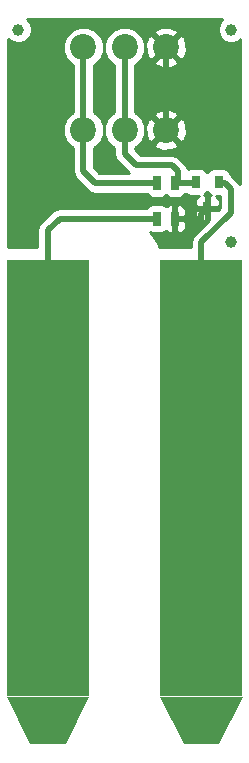
<source format=gbr>
G04 #@! TF.FileFunction,Copper,L1,Top,Signal*
%FSLAX46Y46*%
G04 Gerber Fmt 4.6, Leading zero omitted, Abs format (unit mm)*
G04 Created by KiCad (PCBNEW (2015-01-16 BZR 5376)-product) date 16/06/2015 17:16:53*
%MOMM*%
G01*
G04 APERTURE LIST*
%ADD10C,0.100000*%
%ADD11C,2.200000*%
%ADD12R,0.635000X1.143000*%
%ADD13R,0.800100X1.000760*%
%ADD14C,1.000000*%
%ADD15R,7.000000X37.000000*%
%ADD16C,0.508000*%
%ADD17C,0.254000*%
G04 APERTURE END LIST*
D10*
D11*
X-5500000Y-1500000D03*
X-9000000Y-1500000D03*
X-12500000Y-1500000D03*
X-5500000Y-8500000D03*
X-9000000Y-8500000D03*
X-12500000Y-8500000D03*
D12*
X-6262000Y-16000000D03*
X-4738000Y-16000000D03*
X-6262000Y-13000000D03*
X-4738000Y-13000000D03*
D13*
X-2000000Y-15099820D03*
X-2952500Y-12900180D03*
X-1047500Y-12900180D03*
D14*
X0Y0D03*
X-18000000Y0D03*
X0Y-18000000D03*
X-18000000Y-20500000D03*
X-15500000Y-20500000D03*
X-13000000Y-20500000D03*
X-13000000Y-27500000D03*
X-15500000Y-27500000D03*
X-18000000Y-27500000D03*
X-16500000Y-59500000D03*
X-14500000Y-59500000D03*
X-13000000Y-55500000D03*
X-15500000Y-55500000D03*
X-18000000Y-55500000D03*
X-18000000Y-48500000D03*
X-15500000Y-48500000D03*
X-13000000Y-48500000D03*
X-13000000Y-41500000D03*
X-15500000Y-41500000D03*
X-18000000Y-41500000D03*
X-18000000Y-34500000D03*
X-15500000Y-34500000D03*
X-13000000Y-34500000D03*
D15*
X-15500000Y-38000000D03*
D10*
G36*
X-17000000Y-60500000D02*
X-19000000Y-56500000D01*
X-12000000Y-56500000D01*
X-14000000Y-60500000D01*
X-17000000Y-60500000D01*
X-17000000Y-60500000D01*
G37*
D14*
X-5000000Y-20500000D03*
X-2500000Y-20500000D03*
X0Y-20500000D03*
X0Y-27500000D03*
X-2500000Y-27500000D03*
X-5000000Y-27500000D03*
X-3500000Y-59500000D03*
X-1500000Y-59500000D03*
X0Y-55500000D03*
X-2500000Y-55500000D03*
X-5000000Y-55500000D03*
X-5000000Y-48500000D03*
X-2500000Y-48500000D03*
X0Y-48500000D03*
X0Y-41500000D03*
X-2500000Y-41500000D03*
X-5000000Y-41500000D03*
X-5000000Y-34500000D03*
X-2500000Y-34500000D03*
X0Y-34500000D03*
D15*
X-2500000Y-38000000D03*
D10*
G36*
X-4000000Y-60500000D02*
X-6000000Y-56500000D01*
X1000000Y-56500000D01*
X-1000000Y-60500000D01*
X-4000000Y-60500000D01*
X-4000000Y-60500000D01*
G37*
D16*
X-4738000Y-16000000D02*
X-2500000Y-16000000D01*
X-2500000Y-15599820D02*
X-2000000Y-15099820D01*
X-2500000Y-16000000D02*
X-2500000Y-15599820D01*
X-5500000Y-1500000D02*
X-5500000Y-8500000D01*
X-2000000Y-15099820D02*
X-2099820Y-15000000D01*
X-9000000Y-1500000D02*
X-9000000Y-8500000D01*
X-9000000Y-8500000D02*
X-9000000Y-10500000D01*
X-4500000Y-12000000D02*
X-4500000Y-12762000D01*
X-5000000Y-11500000D02*
X-4500000Y-12000000D01*
X-8000000Y-11500000D02*
X-5000000Y-11500000D01*
X-9000000Y-10500000D02*
X-8000000Y-11500000D01*
X-4500000Y-12762000D02*
X-4738000Y-13000000D01*
X-2952500Y-12900180D02*
X-3052320Y-13000000D01*
X-3052320Y-13000000D02*
X-4738000Y-13000000D01*
X-12500000Y-1500000D02*
X-12500000Y-8500000D01*
X-6262000Y-13000000D02*
X-10500000Y-13000000D01*
X-12500000Y-12000000D02*
X-12500000Y-8500000D01*
X-11500000Y-13000000D02*
X-12500000Y-12000000D01*
X-10500000Y-13000000D02*
X-11500000Y-13000000D01*
X-2500000Y-20500000D02*
X-2500000Y-18000000D01*
X-500000Y-13000000D02*
X-947680Y-13000000D01*
X0Y-13500000D02*
X-500000Y-13000000D01*
X0Y-15500000D02*
X0Y-13500000D01*
X-2500000Y-18000000D02*
X0Y-15500000D01*
X-947680Y-13000000D02*
X-1047500Y-12900180D01*
X-1047500Y-12900180D02*
X-947680Y-13000000D01*
X-6262000Y-16000000D02*
X-13500000Y-16000000D01*
X-15500000Y-17000000D02*
X-15500000Y-20500000D01*
X-14500000Y-16000000D02*
X-15500000Y-17000000D01*
X-13500000Y-16000000D02*
X-14500000Y-16000000D01*
D17*
G36*
X778448Y-13095618D02*
X628618Y-12871382D01*
X128618Y-12371382D01*
X-25505Y-12268400D01*
X-46987Y-12157677D01*
X-186777Y-11944873D01*
X-397810Y-11802423D01*
X-647450Y-11752360D01*
X-1447550Y-11752360D01*
X-1689673Y-11799337D01*
X-1902477Y-11939127D01*
X-2000328Y-12084087D01*
X-2091777Y-11944873D01*
X-2302810Y-11802423D01*
X-2552450Y-11752360D01*
X-3352550Y-11752360D01*
X-3594673Y-11799337D01*
X-3644415Y-11832012D01*
X-3678671Y-11659795D01*
X-3678671Y-11659794D01*
X-3754677Y-11546043D01*
X-3754677Y-8788407D01*
X-3754677Y-1788407D01*
X-3777164Y-1098547D01*
X-3997901Y-565641D01*
X-4275132Y-454737D01*
X-4454737Y-634342D01*
X-4454737Y-275132D01*
X-4565641Y2099D01*
X-5211593Y245323D01*
X-5901453Y222836D01*
X-6434359Y2099D01*
X-6545263Y-275132D01*
X-5500000Y-1320395D01*
X-4454737Y-275132D01*
X-4454737Y-634342D01*
X-5320395Y-1500000D01*
X-4275132Y-2545263D01*
X-3997901Y-2434359D01*
X-3754677Y-1788407D01*
X-3754677Y-8788407D01*
X-3777164Y-8098547D01*
X-3997901Y-7565641D01*
X-4275132Y-7454737D01*
X-4454737Y-7634342D01*
X-4454737Y-7275132D01*
X-4454737Y-2724868D01*
X-5500000Y-1679605D01*
X-5679605Y-1859210D01*
X-5679605Y-1500000D01*
X-6724868Y-454737D01*
X-7002099Y-565641D01*
X-7245323Y-1211593D01*
X-7222836Y-1901453D01*
X-7002099Y-2434359D01*
X-6724868Y-2545263D01*
X-5679605Y-1500000D01*
X-5679605Y-1859210D01*
X-6545263Y-2724868D01*
X-6434359Y-3002099D01*
X-5788407Y-3245323D01*
X-5098547Y-3222836D01*
X-4565641Y-3002099D01*
X-4454737Y-2724868D01*
X-4454737Y-7275132D01*
X-4565641Y-6997901D01*
X-5211593Y-6754677D01*
X-5901453Y-6777164D01*
X-6434359Y-6997901D01*
X-6545263Y-7275132D01*
X-5500000Y-8320395D01*
X-4454737Y-7275132D01*
X-4454737Y-7634342D01*
X-5320395Y-8500000D01*
X-4275132Y-9545263D01*
X-3997901Y-9434359D01*
X-3754677Y-8788407D01*
X-3754677Y-11546043D01*
X-3871382Y-11371382D01*
X-4371382Y-10871382D01*
X-4454737Y-10815685D01*
X-4454737Y-9724868D01*
X-5500000Y-8679605D01*
X-5679605Y-8859210D01*
X-5679605Y-8500000D01*
X-6724868Y-7454737D01*
X-7002099Y-7565641D01*
X-7245323Y-8211593D01*
X-7222836Y-8901453D01*
X-7002099Y-9434359D01*
X-6724868Y-9545263D01*
X-5679605Y-8500000D01*
X-5679605Y-8859210D01*
X-6545263Y-9724868D01*
X-6434359Y-10002099D01*
X-5788407Y-10245323D01*
X-5098547Y-10222836D01*
X-4565641Y-10002099D01*
X-4454737Y-9724868D01*
X-4454737Y-10815685D01*
X-4659794Y-10678671D01*
X-5000000Y-10611000D01*
X-7631764Y-10611000D01*
X-8111000Y-10131764D01*
X-8111000Y-10009945D01*
X-8018485Y-9971719D01*
X-7529996Y-9484082D01*
X-7265301Y-8846627D01*
X-7264699Y-8156401D01*
X-7528281Y-7518485D01*
X-8015918Y-7029996D01*
X-8111000Y-6990514D01*
X-8111000Y-3009945D01*
X-8018485Y-2971719D01*
X-7529996Y-2484082D01*
X-7265301Y-1846627D01*
X-7264699Y-1156401D01*
X-7528281Y-518485D01*
X-8015918Y-29996D01*
X-8653373Y234699D01*
X-9343599Y235301D01*
X-9981515Y-28281D01*
X-10470004Y-515918D01*
X-10734699Y-1153373D01*
X-10735301Y-1843599D01*
X-10471719Y-2481515D01*
X-9984082Y-2970004D01*
X-9889000Y-3009485D01*
X-9889000Y-6990054D01*
X-9981515Y-7028281D01*
X-10470004Y-7515918D01*
X-10734699Y-8153373D01*
X-10735301Y-8843599D01*
X-10471719Y-9481515D01*
X-9984082Y-9970004D01*
X-9889000Y-10009485D01*
X-9889000Y-10500000D01*
X-9821329Y-10840206D01*
X-9628618Y-11128618D01*
X-8646236Y-12111000D01*
X-10500000Y-12111000D01*
X-11131764Y-12111000D01*
X-11611000Y-11631764D01*
X-11611000Y-10009945D01*
X-11518485Y-9971719D01*
X-11029996Y-9484082D01*
X-10765301Y-8846627D01*
X-10764699Y-8156401D01*
X-11028281Y-7518485D01*
X-11515918Y-7029996D01*
X-11611000Y-6990514D01*
X-11611000Y-3009945D01*
X-11518485Y-2971719D01*
X-11029996Y-2484082D01*
X-10765301Y-1846627D01*
X-10764699Y-1156401D01*
X-11028281Y-518485D01*
X-11515918Y-29996D01*
X-12153373Y234699D01*
X-12843599Y235301D01*
X-13481515Y-28281D01*
X-13970004Y-515918D01*
X-14234699Y-1153373D01*
X-14235301Y-1843599D01*
X-13971719Y-2481515D01*
X-13484082Y-2970004D01*
X-13389000Y-3009485D01*
X-13389000Y-6990054D01*
X-13481515Y-7028281D01*
X-13970004Y-7515918D01*
X-14234699Y-8153373D01*
X-14235301Y-8843599D01*
X-13971719Y-9481515D01*
X-13484082Y-9970004D01*
X-13389000Y-10009485D01*
X-13389000Y-12000000D01*
X-13321329Y-12340206D01*
X-13128618Y-12628618D01*
X-12128618Y-13628618D01*
X-11840206Y-13821329D01*
X-11840205Y-13821330D01*
X-11500000Y-13889000D01*
X-10500000Y-13889000D01*
X-7130449Y-13889000D01*
X-7040173Y-14026427D01*
X-6829140Y-14168877D01*
X-6579500Y-14218940D01*
X-5944500Y-14218940D01*
X-5702377Y-14171963D01*
X-5498740Y-14038194D01*
X-5305140Y-14168877D01*
X-5055500Y-14218940D01*
X-4420500Y-14218940D01*
X-4178377Y-14171963D01*
X-3965573Y-14032173D01*
X-3868930Y-13889000D01*
X-3763576Y-13889000D01*
X-3602190Y-13997937D01*
X-3352550Y-14048000D01*
X-2728091Y-14048000D01*
X-2759748Y-14061113D01*
X-2938377Y-14239741D01*
X-3035050Y-14473130D01*
X-3035050Y-14725749D01*
X-3035050Y-14814070D01*
X-2876300Y-14972820D01*
X-2127000Y-14972820D01*
X-2127000Y-14123190D01*
X-2273415Y-13976775D01*
X-2097523Y-13861233D01*
X-1999673Y-13716272D01*
X-1908223Y-13855487D01*
X-1727374Y-13977563D01*
X-1873000Y-14123190D01*
X-1873000Y-14972820D01*
X-1123700Y-14972820D01*
X-964950Y-14814070D01*
X-964950Y-14725749D01*
X-964950Y-14473130D01*
X-1061623Y-14239741D01*
X-1240252Y-14061113D01*
X-1271910Y-14048000D01*
X-889000Y-14048000D01*
X-889000Y-15131764D01*
X-1053878Y-15296642D01*
X-1123700Y-15226820D01*
X-1873000Y-15226820D01*
X-1873000Y-16076450D01*
X-1853343Y-16096107D01*
X-2127000Y-16369764D01*
X-2127000Y-16076450D01*
X-2127000Y-15226820D01*
X-2876300Y-15226820D01*
X-3035050Y-15385570D01*
X-3035050Y-15473891D01*
X-3035050Y-15726510D01*
X-2938377Y-15959899D01*
X-2759748Y-16138527D01*
X-2526359Y-16235200D01*
X-2285750Y-16235200D01*
X-2127000Y-16076450D01*
X-2127000Y-16369764D01*
X-3128618Y-17371382D01*
X-3321329Y-17659794D01*
X-3389000Y-18000000D01*
X-3389000Y-18373000D01*
X-3785500Y-18373000D01*
X-3785500Y-16697810D01*
X-3785500Y-16445191D01*
X-3785500Y-16285750D01*
X-3785500Y-15714250D01*
X-3785500Y-15554809D01*
X-3785500Y-15302190D01*
X-3882173Y-15068801D01*
X-4060802Y-14890173D01*
X-4294191Y-14793500D01*
X-4452250Y-14793500D01*
X-4611000Y-14952250D01*
X-4611000Y-15873000D01*
X-3944250Y-15873000D01*
X-3785500Y-15714250D01*
X-3785500Y-16285750D01*
X-3944250Y-16127000D01*
X-4611000Y-16127000D01*
X-4611000Y-17047750D01*
X-4452250Y-17206500D01*
X-4294191Y-17206500D01*
X-4060802Y-17109827D01*
X-3882173Y-16931199D01*
X-3785500Y-16697810D01*
X-3785500Y-18373000D01*
X-6049987Y-18373000D01*
X-6055015Y-18347721D01*
X-6127340Y-18173116D01*
X-6157297Y-18100793D01*
X-6157297Y-18100792D01*
X-6699228Y-17289734D01*
X-6817816Y-17171148D01*
X-6579500Y-17218940D01*
X-5944500Y-17218940D01*
X-5702377Y-17171963D01*
X-5491553Y-17033473D01*
X-5415198Y-17109827D01*
X-5181809Y-17206500D01*
X-5023750Y-17206500D01*
X-4865000Y-17047750D01*
X-4865000Y-16127000D01*
X-4885000Y-16127000D01*
X-4885000Y-15873000D01*
X-4865000Y-15873000D01*
X-4865000Y-14952250D01*
X-5023750Y-14793500D01*
X-5181809Y-14793500D01*
X-5415198Y-14890173D01*
X-5492646Y-14967620D01*
X-5694860Y-14831123D01*
X-5944500Y-14781060D01*
X-6579500Y-14781060D01*
X-6821623Y-14828037D01*
X-7034427Y-14967827D01*
X-7131071Y-15111000D01*
X-13500000Y-15111000D01*
X-14500000Y-15111000D01*
X-14840205Y-15178670D01*
X-15128618Y-15371382D01*
X-16128618Y-16371382D01*
X-16321329Y-16659794D01*
X-16389000Y-17000000D01*
X-16389000Y-18373000D01*
X-18851552Y-18373000D01*
X-18851552Y-753495D01*
X-18643765Y-961645D01*
X-18226756Y-1134803D01*
X-17775225Y-1135197D01*
X-17357914Y-962767D01*
X-17038355Y-643765D01*
X-16865197Y-226756D01*
X-16864803Y224775D01*
X-17037233Y642086D01*
X-17267745Y873000D01*
X-732010Y873000D01*
X-961645Y643765D01*
X-1134803Y226756D01*
X-1135197Y-224775D01*
X-962767Y-642086D01*
X-643765Y-961645D01*
X-226756Y-1134803D01*
X224775Y-1135197D01*
X642086Y-962767D01*
X778448Y-826642D01*
X778448Y-13095618D01*
X778448Y-13095618D01*
G37*
X778448Y-13095618D02*
X628618Y-12871382D01*
X128618Y-12371382D01*
X-25505Y-12268400D01*
X-46987Y-12157677D01*
X-186777Y-11944873D01*
X-397810Y-11802423D01*
X-647450Y-11752360D01*
X-1447550Y-11752360D01*
X-1689673Y-11799337D01*
X-1902477Y-11939127D01*
X-2000328Y-12084087D01*
X-2091777Y-11944873D01*
X-2302810Y-11802423D01*
X-2552450Y-11752360D01*
X-3352550Y-11752360D01*
X-3594673Y-11799337D01*
X-3644415Y-11832012D01*
X-3678671Y-11659795D01*
X-3678671Y-11659794D01*
X-3754677Y-11546043D01*
X-3754677Y-8788407D01*
X-3754677Y-1788407D01*
X-3777164Y-1098547D01*
X-3997901Y-565641D01*
X-4275132Y-454737D01*
X-4454737Y-634342D01*
X-4454737Y-275132D01*
X-4565641Y2099D01*
X-5211593Y245323D01*
X-5901453Y222836D01*
X-6434359Y2099D01*
X-6545263Y-275132D01*
X-5500000Y-1320395D01*
X-4454737Y-275132D01*
X-4454737Y-634342D01*
X-5320395Y-1500000D01*
X-4275132Y-2545263D01*
X-3997901Y-2434359D01*
X-3754677Y-1788407D01*
X-3754677Y-8788407D01*
X-3777164Y-8098547D01*
X-3997901Y-7565641D01*
X-4275132Y-7454737D01*
X-4454737Y-7634342D01*
X-4454737Y-7275132D01*
X-4454737Y-2724868D01*
X-5500000Y-1679605D01*
X-5679605Y-1859210D01*
X-5679605Y-1500000D01*
X-6724868Y-454737D01*
X-7002099Y-565641D01*
X-7245323Y-1211593D01*
X-7222836Y-1901453D01*
X-7002099Y-2434359D01*
X-6724868Y-2545263D01*
X-5679605Y-1500000D01*
X-5679605Y-1859210D01*
X-6545263Y-2724868D01*
X-6434359Y-3002099D01*
X-5788407Y-3245323D01*
X-5098547Y-3222836D01*
X-4565641Y-3002099D01*
X-4454737Y-2724868D01*
X-4454737Y-7275132D01*
X-4565641Y-6997901D01*
X-5211593Y-6754677D01*
X-5901453Y-6777164D01*
X-6434359Y-6997901D01*
X-6545263Y-7275132D01*
X-5500000Y-8320395D01*
X-4454737Y-7275132D01*
X-4454737Y-7634342D01*
X-5320395Y-8500000D01*
X-4275132Y-9545263D01*
X-3997901Y-9434359D01*
X-3754677Y-8788407D01*
X-3754677Y-11546043D01*
X-3871382Y-11371382D01*
X-4371382Y-10871382D01*
X-4454737Y-10815685D01*
X-4454737Y-9724868D01*
X-5500000Y-8679605D01*
X-5679605Y-8859210D01*
X-5679605Y-8500000D01*
X-6724868Y-7454737D01*
X-7002099Y-7565641D01*
X-7245323Y-8211593D01*
X-7222836Y-8901453D01*
X-7002099Y-9434359D01*
X-6724868Y-9545263D01*
X-5679605Y-8500000D01*
X-5679605Y-8859210D01*
X-6545263Y-9724868D01*
X-6434359Y-10002099D01*
X-5788407Y-10245323D01*
X-5098547Y-10222836D01*
X-4565641Y-10002099D01*
X-4454737Y-9724868D01*
X-4454737Y-10815685D01*
X-4659794Y-10678671D01*
X-5000000Y-10611000D01*
X-7631764Y-10611000D01*
X-8111000Y-10131764D01*
X-8111000Y-10009945D01*
X-8018485Y-9971719D01*
X-7529996Y-9484082D01*
X-7265301Y-8846627D01*
X-7264699Y-8156401D01*
X-7528281Y-7518485D01*
X-8015918Y-7029996D01*
X-8111000Y-6990514D01*
X-8111000Y-3009945D01*
X-8018485Y-2971719D01*
X-7529996Y-2484082D01*
X-7265301Y-1846627D01*
X-7264699Y-1156401D01*
X-7528281Y-518485D01*
X-8015918Y-29996D01*
X-8653373Y234699D01*
X-9343599Y235301D01*
X-9981515Y-28281D01*
X-10470004Y-515918D01*
X-10734699Y-1153373D01*
X-10735301Y-1843599D01*
X-10471719Y-2481515D01*
X-9984082Y-2970004D01*
X-9889000Y-3009485D01*
X-9889000Y-6990054D01*
X-9981515Y-7028281D01*
X-10470004Y-7515918D01*
X-10734699Y-8153373D01*
X-10735301Y-8843599D01*
X-10471719Y-9481515D01*
X-9984082Y-9970004D01*
X-9889000Y-10009485D01*
X-9889000Y-10500000D01*
X-9821329Y-10840206D01*
X-9628618Y-11128618D01*
X-8646236Y-12111000D01*
X-10500000Y-12111000D01*
X-11131764Y-12111000D01*
X-11611000Y-11631764D01*
X-11611000Y-10009945D01*
X-11518485Y-9971719D01*
X-11029996Y-9484082D01*
X-10765301Y-8846627D01*
X-10764699Y-8156401D01*
X-11028281Y-7518485D01*
X-11515918Y-7029996D01*
X-11611000Y-6990514D01*
X-11611000Y-3009945D01*
X-11518485Y-2971719D01*
X-11029996Y-2484082D01*
X-10765301Y-1846627D01*
X-10764699Y-1156401D01*
X-11028281Y-518485D01*
X-11515918Y-29996D01*
X-12153373Y234699D01*
X-12843599Y235301D01*
X-13481515Y-28281D01*
X-13970004Y-515918D01*
X-14234699Y-1153373D01*
X-14235301Y-1843599D01*
X-13971719Y-2481515D01*
X-13484082Y-2970004D01*
X-13389000Y-3009485D01*
X-13389000Y-6990054D01*
X-13481515Y-7028281D01*
X-13970004Y-7515918D01*
X-14234699Y-8153373D01*
X-14235301Y-8843599D01*
X-13971719Y-9481515D01*
X-13484082Y-9970004D01*
X-13389000Y-10009485D01*
X-13389000Y-12000000D01*
X-13321329Y-12340206D01*
X-13128618Y-12628618D01*
X-12128618Y-13628618D01*
X-11840206Y-13821329D01*
X-11840205Y-13821330D01*
X-11500000Y-13889000D01*
X-10500000Y-13889000D01*
X-7130449Y-13889000D01*
X-7040173Y-14026427D01*
X-6829140Y-14168877D01*
X-6579500Y-14218940D01*
X-5944500Y-14218940D01*
X-5702377Y-14171963D01*
X-5498740Y-14038194D01*
X-5305140Y-14168877D01*
X-5055500Y-14218940D01*
X-4420500Y-14218940D01*
X-4178377Y-14171963D01*
X-3965573Y-14032173D01*
X-3868930Y-13889000D01*
X-3763576Y-13889000D01*
X-3602190Y-13997937D01*
X-3352550Y-14048000D01*
X-2728091Y-14048000D01*
X-2759748Y-14061113D01*
X-2938377Y-14239741D01*
X-3035050Y-14473130D01*
X-3035050Y-14725749D01*
X-3035050Y-14814070D01*
X-2876300Y-14972820D01*
X-2127000Y-14972820D01*
X-2127000Y-14123190D01*
X-2273415Y-13976775D01*
X-2097523Y-13861233D01*
X-1999673Y-13716272D01*
X-1908223Y-13855487D01*
X-1727374Y-13977563D01*
X-1873000Y-14123190D01*
X-1873000Y-14972820D01*
X-1123700Y-14972820D01*
X-964950Y-14814070D01*
X-964950Y-14725749D01*
X-964950Y-14473130D01*
X-1061623Y-14239741D01*
X-1240252Y-14061113D01*
X-1271910Y-14048000D01*
X-889000Y-14048000D01*
X-889000Y-15131764D01*
X-1053878Y-15296642D01*
X-1123700Y-15226820D01*
X-1873000Y-15226820D01*
X-1873000Y-16076450D01*
X-1853343Y-16096107D01*
X-2127000Y-16369764D01*
X-2127000Y-16076450D01*
X-2127000Y-15226820D01*
X-2876300Y-15226820D01*
X-3035050Y-15385570D01*
X-3035050Y-15473891D01*
X-3035050Y-15726510D01*
X-2938377Y-15959899D01*
X-2759748Y-16138527D01*
X-2526359Y-16235200D01*
X-2285750Y-16235200D01*
X-2127000Y-16076450D01*
X-2127000Y-16369764D01*
X-3128618Y-17371382D01*
X-3321329Y-17659794D01*
X-3389000Y-18000000D01*
X-3389000Y-18373000D01*
X-3785500Y-18373000D01*
X-3785500Y-16697810D01*
X-3785500Y-16445191D01*
X-3785500Y-16285750D01*
X-3785500Y-15714250D01*
X-3785500Y-15554809D01*
X-3785500Y-15302190D01*
X-3882173Y-15068801D01*
X-4060802Y-14890173D01*
X-4294191Y-14793500D01*
X-4452250Y-14793500D01*
X-4611000Y-14952250D01*
X-4611000Y-15873000D01*
X-3944250Y-15873000D01*
X-3785500Y-15714250D01*
X-3785500Y-16285750D01*
X-3944250Y-16127000D01*
X-4611000Y-16127000D01*
X-4611000Y-17047750D01*
X-4452250Y-17206500D01*
X-4294191Y-17206500D01*
X-4060802Y-17109827D01*
X-3882173Y-16931199D01*
X-3785500Y-16697810D01*
X-3785500Y-18373000D01*
X-6049987Y-18373000D01*
X-6055015Y-18347721D01*
X-6127340Y-18173116D01*
X-6157297Y-18100793D01*
X-6157297Y-18100792D01*
X-6699228Y-17289734D01*
X-6817816Y-17171148D01*
X-6579500Y-17218940D01*
X-5944500Y-17218940D01*
X-5702377Y-17171963D01*
X-5491553Y-17033473D01*
X-5415198Y-17109827D01*
X-5181809Y-17206500D01*
X-5023750Y-17206500D01*
X-4865000Y-17047750D01*
X-4865000Y-16127000D01*
X-4885000Y-16127000D01*
X-4885000Y-15873000D01*
X-4865000Y-15873000D01*
X-4865000Y-14952250D01*
X-5023750Y-14793500D01*
X-5181809Y-14793500D01*
X-5415198Y-14890173D01*
X-5492646Y-14967620D01*
X-5694860Y-14831123D01*
X-5944500Y-14781060D01*
X-6579500Y-14781060D01*
X-6821623Y-14828037D01*
X-7034427Y-14967827D01*
X-7131071Y-15111000D01*
X-13500000Y-15111000D01*
X-14500000Y-15111000D01*
X-14840205Y-15178670D01*
X-15128618Y-15371382D01*
X-16128618Y-16371382D01*
X-16321329Y-16659794D01*
X-16389000Y-17000000D01*
X-16389000Y-18373000D01*
X-18851552Y-18373000D01*
X-18851552Y-753495D01*
X-18643765Y-961645D01*
X-18226756Y-1134803D01*
X-17775225Y-1135197D01*
X-17357914Y-962767D01*
X-17038355Y-643765D01*
X-16865197Y-226756D01*
X-16864803Y224775D01*
X-17037233Y642086D01*
X-17267745Y873000D01*
X-732010Y873000D01*
X-961645Y643765D01*
X-1134803Y226756D01*
X-1135197Y-224775D01*
X-962767Y-642086D01*
X-643765Y-961645D01*
X-226756Y-1134803D01*
X224775Y-1135197D01*
X642086Y-962767D01*
X778448Y-826642D01*
X778448Y-13095618D01*
M02*

</source>
